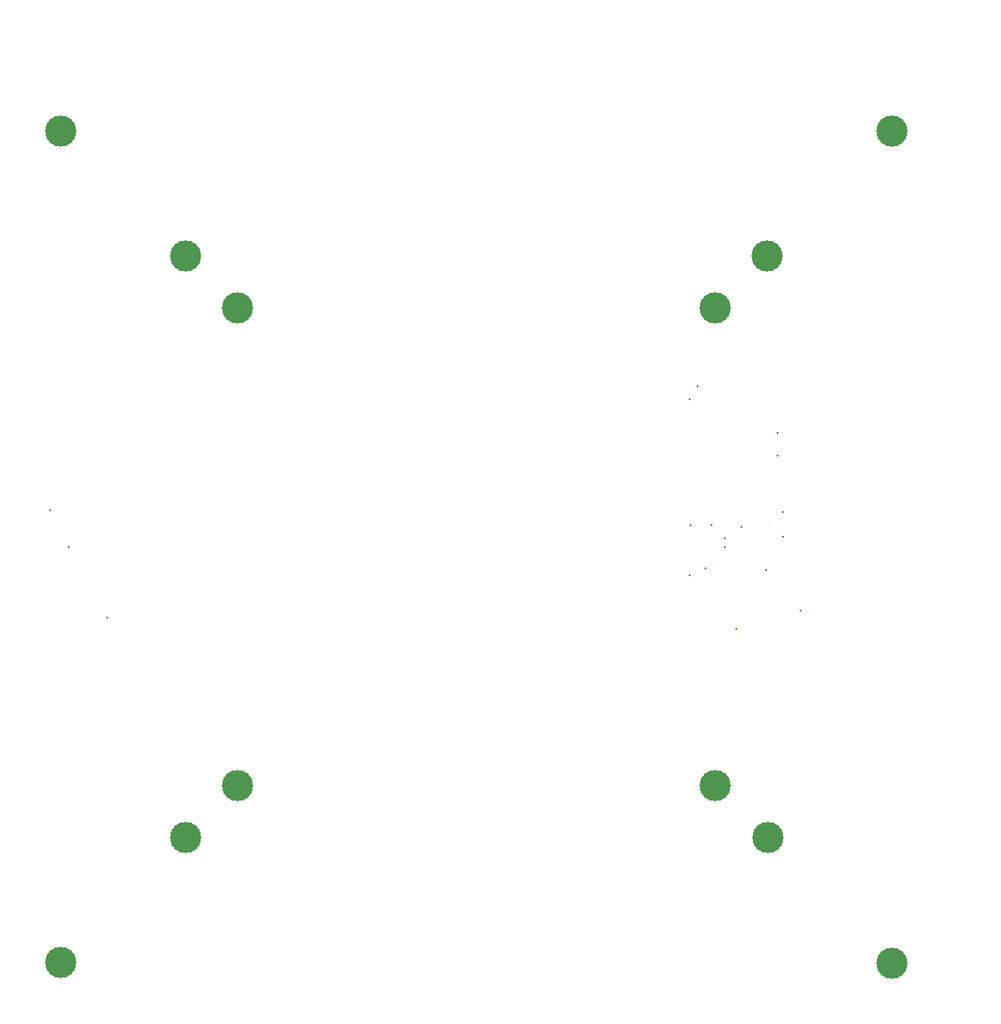
<source format=gbr>
%FSLAX23Y23*%
%MOIN*%
%SFA1B1*%

%IPPOS*%
%ADD93C,0.118110*%
%ADD94C,0.118110*%
%ADD95C,0.118110*%
%ADD96C,0.118110*%
%ADD97C,0.118110*%
%ADD98C,0.118110*%
%ADD99C,0.118110*%
%ADD100C,0.118110*%
%ADD101C,0.118110*%
%ADD102C,0.118110*%
%ADD103C,0.118110*%
%ADD104C,0.118110*%
%ADD105C,0.005910*%
%ADD106C,0.011810*%
%LNmirror_pcb1_pth_drill-1*%
%LPD*%
G54D93*
X3346Y3346D03*
G54D94*
X196Y3346D03*
G54D95*
X3346Y192D03*
G54D96*
X196Y196D03*
G54D97*
X669Y2874D03*
G54D98*
X2874Y2874D03*
G54D99*
X2875Y669D03*
G54D100*
X669Y669D03*
G54D101*
X2677Y2677D03*
G54D102*
X866Y2677D03*
G54D103*
X2677Y866D03*
G54D104*
X866Y866D03*
G54D105*
X2571Y1788D03*
X2587Y1771D03*
X1823D03*
X2512Y1408D03*
X2027Y59D03*
X3208Y2421D03*
Y1240D03*
X2814Y59D03*
Y452D03*
X3405Y3011D03*
X649Y1437D03*
X59Y1240D03*
X3405D03*
X649Y452D03*
X1830Y2814D03*
X846Y452D03*
X59Y2618D03*
X1830Y649D03*
Y255D03*
X255Y1830D03*
X3011Y452D03*
X3405Y1437D03*
Y1043D03*
X1240Y255D03*
X3208Y846D03*
X649D03*
X846Y59D03*
X255Y1633D03*
X649Y59D03*
X255Y1240D03*
X1437Y255D03*
X59Y452D03*
Y2027D03*
X1043Y452D03*
X3011Y2618D03*
X3208Y1437D03*
X2224Y59D03*
X3011Y1437D03*
X3405Y2814D03*
X649Y2027D03*
X255D03*
X3405Y1830D03*
X452Y1043D03*
X255Y2814D03*
X3405Y2224D03*
X1240Y649D03*
X3405Y2027D03*
X2618Y255D03*
X1240Y2814D03*
X59Y1437D03*
X649Y1043D03*
X3405Y2421D03*
X649Y3405D03*
X59Y2421D03*
Y1043D03*
X3011Y1240D03*
X255Y2421D03*
X846Y649D03*
X649Y1830D03*
X1633Y59D03*
X2421Y2814D03*
X3011Y3011D03*
X255Y649D03*
X1437Y59D03*
X2618D03*
Y649D03*
X1437D03*
X2814Y2027D03*
X1043Y2814D03*
X452Y2618D03*
Y2814D03*
X59Y1633D03*
X3011Y3208D03*
X3208Y3011D03*
X1240Y59D03*
X649Y2421D03*
X59Y649D03*
X3208Y452D03*
X1043Y649D03*
X1633Y2814D03*
X2421Y59D03*
X3011Y2224D03*
X452D03*
X3011Y59D03*
X452Y1240D03*
Y846D03*
Y3208D03*
Y2421D03*
X2814Y1240D03*
X2027Y2814D03*
X255Y2618D03*
X649D03*
X452Y649D03*
X2814Y3405D03*
X3208Y2618D03*
X255Y452D03*
X59Y1830D03*
X255Y1043D03*
X1830Y59D03*
X2027Y255D03*
X59Y3208D03*
X3208Y2814D03*
X255Y1437D03*
X3405Y1633D03*
X59Y2814D03*
X3011Y2027D03*
X1633Y255D03*
X1043D03*
X255Y2224D03*
X846Y255D03*
X452Y3405D03*
X1633Y649D03*
X452Y59D03*
X3208D03*
X3011Y255D03*
X452D03*
X2421Y649D03*
X2814Y255D03*
X255Y3011D03*
X59D03*
X1043Y59D03*
X3011Y3405D03*
X649Y255D03*
X3602Y452D03*
X2027Y649D03*
X2814Y2224D03*
X3405Y2618D03*
X452Y3011D03*
X649Y1633D03*
X2814D03*
X59Y846D03*
X255D03*
X649Y3208D03*
X1240Y452D03*
X2224Y2814D03*
X2814Y3208D03*
X3208D03*
X1437Y2814D03*
X59Y2224D03*
X2587Y2460D03*
X2772Y2181D03*
X2767Y2385D03*
X2854Y1614D03*
X2571Y1755D03*
X3238Y2143D03*
Y2072D03*
X3242Y1893D03*
X2224Y255D03*
X2120D03*
X1920D03*
X2320Y262D03*
X3310Y454D03*
X2897Y2478D03*
X2994Y1807D03*
X2822Y1476D03*
X3020Y1687D03*
X3316Y567D03*
X3539Y577D03*
X3366Y471D03*
X3393Y474D03*
X3397Y526D03*
X3389Y612D03*
X3419Y773D03*
X3372Y517D03*
Y614D03*
X3390Y770D03*
X3421Y470D03*
X3421Y520D03*
X3421Y613D03*
Y687D03*
X3444Y687D03*
X3264Y455D03*
X3265Y545D03*
Y613D03*
X3263Y672D03*
X3240Y470D03*
X3239Y523D03*
X3665Y3748D03*
X1720Y1755D03*
X2308Y771D03*
X2587Y2116D03*
X2587Y1377D03*
X2442Y546D03*
X2415Y467D03*
X2755Y435D03*
X2571Y1390D03*
X3218Y1538D03*
X3183Y1654D03*
X3123Y1094D03*
X3115Y933D03*
X2919Y995D03*
X2920Y1054D03*
X2886Y992D03*
Y1054D03*
X1712Y2440D03*
X1720Y2100D03*
Y1366D03*
X3307Y2029D03*
X3130Y2007D03*
X3326D03*
X3160D03*
X1822Y2460D03*
X1806Y2478D03*
X2570Y2473D03*
X1807Y1396D03*
Y1789D03*
X1806Y2134D03*
X1822Y2116D03*
X3082Y2175D03*
X2570Y2129D03*
Y2100D03*
X1823Y1377D03*
X2571Y1362D03*
X2570Y2444D03*
X3267Y2047D03*
Y2106D03*
X2854Y1555D03*
X3071Y1844D03*
X3143Y1929D03*
X3129Y2125D03*
G54D106*
X2581Y1854D03*
X2608Y2380D03*
X2579Y2329D03*
X2913Y2204D03*
X2775Y1847D03*
X2714Y1804D03*
Y1771D03*
X2661Y1852D03*
X2639Y1691D03*
X2869Y1685D03*
X2755Y1460D03*
X2579Y1663D03*
X374Y1504D03*
X226Y1771D03*
X157Y1909D03*
X2998Y1529D03*
X2913Y2116D03*
X2933Y1810D03*
Y1905D03*
M02*
</source>
